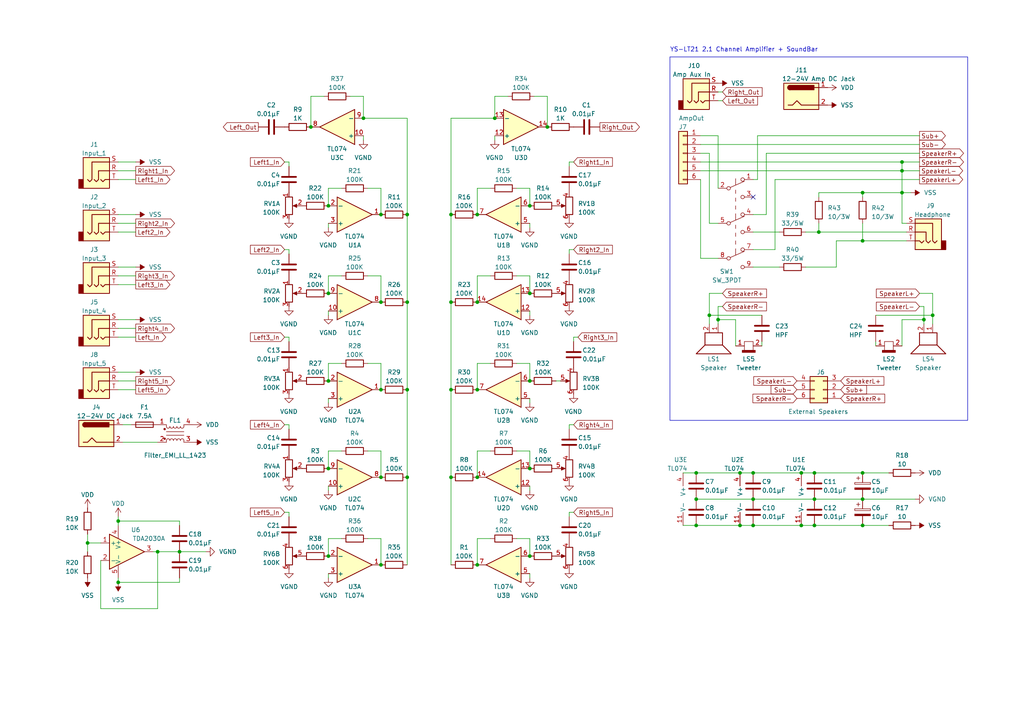
<source format=kicad_sch>
(kicad_sch (version 20230121) (generator eeschema)
  (paper "A4")
  (title_block (title "Bluetooth Screen Sound bar") (date "2024-04-16") (rev "v1") (comment 1 "https://www.bartonmusicalcircuits.com/stereoouts/") (comment 2 "https://www.reddit.com/r/AskElectronics/comments/1c4a2vn/is_this_feasible_way_to_generate_a_negative/") (comment 3 "https://diyaudioheaven.wordpress.com/headphones/power-amp-adapter/") (comment 4 "Sources:"))
  (junction (at 270.51 91.44))
  (junction (at 153.67 85.09))
  (junction (at 138.43 163.83))
  (junction (at 110.49 163.83))
  (junction (at 110.49 113.03))
  (junction (at 205.74 91.44))
  (junction (at 105.41 34.29))
  (junction (at 218.44 137.16))
  (junction (at 143.51 34.29))
  (junction (at 250.19 69.85))
  (junction (at 34.29 168.91))
  (junction (at 138.43 62.23))
  (junction (at 138.43 87.63))
  (junction (at 153.67 59.69))
  (junction (at 130.81 138.43))
  (junction (at 236.22 152.4))
  (junction (at 261.62 49.53))
  (junction (at 138.43 113.03))
  (junction (at 201.93 144.78))
  (junction (at 25.4 157.48))
  (junction (at 250.19 144.78))
  (junction (at 153.67 161.29))
  (junction (at 214.63 152.4))
  (junction (at 218.44 144.78))
  (junction (at 118.11 62.23))
  (junction (at 236.22 137.16))
  (junction (at 232.41 137.16))
  (junction (at 130.81 113.03))
  (junction (at 118.11 87.63))
  (junction (at 218.44 152.4))
  (junction (at 138.43 138.43))
  (junction (at 34.29 151.13))
  (junction (at 261.62 55.88))
  (junction (at 52.07 160.02))
  (junction (at 118.11 113.03))
  (junction (at 250.19 137.16))
  (junction (at 95.25 110.49))
  (junction (at 110.49 138.43))
  (junction (at 237.49 67.31))
  (junction (at 95.25 161.29))
  (junction (at 267.97 92.71))
  (junction (at 90.17 36.83))
  (junction (at 208.28 92.71))
  (junction (at 95.25 135.89))
  (junction (at 95.25 85.09))
  (junction (at 153.67 110.49))
  (junction (at 250.19 55.88))
  (junction (at 130.81 87.63))
  (junction (at 130.81 62.23))
  (junction (at 201.93 152.4))
  (junction (at 232.41 152.4))
  (junction (at 118.11 138.43))
  (junction (at 45.72 160.02))
  (junction (at 250.19 152.4))
  (junction (at 236.22 144.78))
  (junction (at 158.75 36.83))
  (junction (at 201.93 137.16))
  (junction (at 261.62 46.99))
  (junction (at 214.63 137.16))
  (junction (at 110.49 62.23))
  (junction (at 110.49 87.63))
  (junction (at 153.67 135.89))
  (junction (at 95.25 59.69))
  (no_connect (at 218.44 57.15))
  (wire (pts (xy 203.2 46.99) (xy 261.62 46.99)))
  (wire (pts (xy 106.68 130.81) (xy 110.49 130.81)))
  (wire (pts (xy 99.06 80.01) (xy 95.25 80.01)))
  (wire (pts (xy 203.2 49.53) (xy 261.62 49.53)))
  (wire (pts (xy 261.62 100.33) (xy 261.62 92.71)))
  (wire (pts (xy 106.68 105.41) (xy 110.49 105.41)))
  (wire (pts (xy 118.11 113.03) (xy 118.11 138.43)))
  (wire (pts (xy 153.67 105.41) (xy 153.67 110.49)))
  (wire (pts (xy 130.81 113.03) (xy 130.81 138.43)))
  (wire (pts (xy 219.71 39.37) (xy 266.7 39.37)))
  (wire (pts (xy 153.67 140.97) (xy 153.67 142.24)))
  (wire (pts (xy 138.43 130.81) (xy 138.43 138.43)))
  (wire (pts (xy 149.86 130.81) (xy 153.67 130.81)))
  (wire (pts (xy 261.62 49.53) (xy 261.62 55.88)))
  (wire (pts (xy 250.19 69.85) (xy 262.89 69.85)))
  (wire (pts (xy 208.28 92.71) (xy 213.36 92.71)))
  (wire (pts (xy 242.57 77.47) (xy 242.57 69.85)))
  (wire (pts (xy 218.44 144.78) (xy 236.22 144.78)))
  (wire (pts (xy 142.24 80.01) (xy 138.43 80.01)))
  (wire (pts (xy 267.97 92.71) (xy 267.97 93.98)))
  (wire (pts (xy 201.93 137.16) (xy 214.63 137.16)))
  (wire (pts (xy 203.2 52.07) (xy 203.2 74.93)))
  (wire (pts (xy 166.37 72.39) (xy 165.1 72.39)))
  (wire (pts (xy 214.63 137.16) (xy 218.44 137.16)))
  (wire (pts (xy 242.57 69.85) (xy 250.19 69.85)))
  (wire (pts (xy 154.94 27.94) (xy 158.75 27.94)))
  (wire (pts (xy 130.81 34.29) (xy 143.51 34.29)))
  (wire (pts (xy 82.55 46.99) (xy 83.82 46.99)))
  (wire (pts (xy 130.81 62.23) (xy 130.81 87.63)))
  (wire (pts (xy 232.41 152.4) (xy 236.22 152.4)))
  (wire (pts (xy 83.82 97.79) (xy 83.82 99.06)))
  (wire (pts (xy 106.68 80.01) (xy 110.49 80.01)))
  (wire (pts (xy 250.19 55.88) (xy 250.19 57.15)))
  (wire (pts (xy 142.24 156.21) (xy 138.43 156.21)))
  (wire (pts (xy 118.11 138.43) (xy 118.11 163.83)))
  (wire (pts (xy 99.06 156.21) (xy 95.25 156.21)))
  (wire (pts (xy 99.06 105.41) (xy 95.25 105.41)))
  (wire (pts (xy 118.11 34.29) (xy 105.41 34.29)))
  (wire (pts (xy 93.98 27.94) (xy 90.17 27.94)))
  (wire (pts (xy 261.62 46.99) (xy 261.62 49.53)))
  (wire (pts (xy 237.49 55.88) (xy 250.19 55.88)))
  (wire (pts (xy 118.11 113.03) (xy 118.11 87.63)))
  (wire (pts (xy 110.49 156.21) (xy 110.49 163.83)))
  (wire (pts (xy 95.25 90.17) (xy 95.25 91.44)))
  (wire (pts (xy 205.74 64.77) (xy 208.28 64.77)))
  (wire (pts (xy 158.75 27.94) (xy 158.75 36.83)))
  (wire (pts (xy 236.22 144.78) (xy 250.19 144.78)))
  (wire (pts (xy 250.19 144.78) (xy 265.43 144.78)))
  (wire (pts (xy 166.37 97.79) (xy 167.64 97.79)))
  (wire (pts (xy 224.79 72.39) (xy 218.44 72.39)))
  (wire (pts (xy 25.4 154.94) (xy 25.4 157.48)))
  (wire (pts (xy 95.25 64.77) (xy 95.25 66.04)))
  (wire (pts (xy 34.29 52.07) (xy 39.37 52.07)))
  (wire (pts (xy 165.1 46.99) (xy 165.1 48.26)))
  (wire (pts (xy 232.41 137.16) (xy 236.22 137.16)))
  (wire (pts (xy 208.28 39.37) (xy 208.28 54.61)))
  (wire (pts (xy 208.28 26.67) (xy 209.55 26.67)))
  (wire (pts (xy 99.06 130.81) (xy 95.25 130.81)))
  (wire (pts (xy 52.07 152.4) (xy 52.07 151.13)))
  (wire (pts (xy 261.62 49.53) (xy 266.7 49.53)))
  (wire (pts (xy 44.45 160.02) (xy 45.72 160.02)))
  (wire (pts (xy 165.1 123.19) (xy 165.1 124.46)))
  (wire (pts (xy 153.67 161.29) (xy 153.67 156.21)))
  (wire (pts (xy 45.72 160.02) (xy 45.72 176.53)))
  (wire (pts (xy 250.19 64.77) (xy 250.19 69.85)))
  (wire (pts (xy 95.25 161.29) (xy 95.25 156.21)))
  (wire (pts (xy 110.49 80.01) (xy 110.49 87.63)))
  (wire (pts (xy 237.49 57.15) (xy 237.49 55.88)))
  (wire (pts (xy 34.29 92.71) (xy 39.37 92.71)))
  (wire (pts (xy 218.44 152.4) (xy 232.41 152.4)))
  (wire (pts (xy 218.44 137.16) (xy 232.41 137.16)))
  (wire (pts (xy 138.43 156.21) (xy 138.43 163.83)))
  (wire (pts (xy 138.43 80.01) (xy 138.43 87.63)))
  (wire (pts (xy 254 99.06) (xy 254 100.33)))
  (wire (pts (xy 29.21 176.53) (xy 45.72 176.53)))
  (wire (pts (xy 130.81 163.83) (xy 130.81 138.43)))
  (wire (pts (xy 222.25 62.23) (xy 218.44 62.23)))
  (wire (pts (xy 266.7 44.45) (xy 222.25 44.45)))
  (wire (pts (xy 34.29 113.03) (xy 39.37 113.03)))
  (wire (pts (xy 95.25 105.41) (xy 95.25 110.49)))
  (wire (pts (xy 34.29 82.55) (xy 39.37 82.55)))
  (wire (pts (xy 261.62 55.88) (xy 261.62 64.77)))
  (wire (pts (xy 203.2 39.37) (xy 208.28 39.37)))
  (wire (pts (xy 153.67 64.77) (xy 153.67 66.04)))
  (wire (pts (xy 250.19 55.88) (xy 261.62 55.88)))
  (wire (pts (xy 83.82 72.39) (xy 83.82 73.66)))
  (wire (pts (xy 203.2 41.91) (xy 266.7 41.91)))
  (wire (pts (xy 34.29 49.53) (xy 39.37 49.53)))
  (wire (pts (xy 142.24 54.61) (xy 138.43 54.61)))
  (wire (pts (xy 209.55 85.09) (xy 205.74 85.09)))
  (wire (pts (xy 34.29 95.25) (xy 39.37 95.25)))
  (wire (pts (xy 165.1 72.39) (xy 165.1 73.66)))
  (wire (pts (xy 138.43 105.41) (xy 138.43 113.03)))
  (wire (pts (xy 208.28 29.21) (xy 209.55 29.21)))
  (wire (pts (xy 34.29 151.13) (xy 34.29 152.4)))
  (wire (pts (xy 149.86 156.21) (xy 153.67 156.21)))
  (wire (pts (xy 198.12 152.4) (xy 201.93 152.4)))
  (wire (pts (xy 95.25 140.97) (xy 95.25 142.24)))
  (wire (pts (xy 101.6 27.94) (xy 105.41 27.94)))
  (wire (pts (xy 222.25 44.45) (xy 222.25 62.23)))
  (wire (pts (xy 35.56 123.19) (xy 38.1 123.19)))
  (wire (pts (xy 138.43 54.61) (xy 138.43 62.23)))
  (wire (pts (xy 208.28 88.9) (xy 209.55 88.9)))
  (wire (pts (xy 118.11 62.23) (xy 118.11 87.63)))
  (wire (pts (xy 110.49 54.61) (xy 110.49 62.23)))
  (wire (pts (xy 106.68 156.21) (xy 110.49 156.21)))
  (wire (pts (xy 95.25 80.01) (xy 95.25 85.09)))
  (wire (pts (xy 143.51 39.37) (xy 143.51 40.64)))
  (wire (pts (xy 142.24 105.41) (xy 138.43 105.41)))
  (wire (pts (xy 218.44 77.47) (xy 226.06 77.47)))
  (wire (pts (xy 166.37 148.59) (xy 165.1 148.59)))
  (wire (pts (xy 254 91.44) (xy 270.51 91.44)))
  (wire (pts (xy 82.55 97.79) (xy 83.82 97.79)))
  (wire (pts (xy 233.68 67.31) (xy 237.49 67.31)))
  (wire (pts (xy 34.29 64.77) (xy 39.37 64.77)))
  (wire (pts (xy 166.37 123.19) (xy 165.1 123.19)))
  (wire (pts (xy 261.62 92.71) (xy 267.97 92.71)))
  (wire (pts (xy 166.37 46.99) (xy 165.1 46.99)))
  (wire (pts (xy 25.4 157.48) (xy 29.21 157.48)))
  (wire (pts (xy 219.71 52.07) (xy 219.71 39.37)))
  (wire (pts (xy 205.74 85.09) (xy 205.74 91.44)))
  (wire (pts (xy 83.82 46.99) (xy 83.82 48.26)))
  (wire (pts (xy 118.11 34.29) (xy 118.11 62.23)))
  (wire (pts (xy 105.41 39.37) (xy 105.41 40.64)))
  (wire (pts (xy 213.36 92.71) (xy 213.36 100.33)))
  (wire (pts (xy 162.56 110.49) (xy 161.29 110.49)))
  (wire (pts (xy 165.1 148.59) (xy 165.1 149.86)))
  (wire (pts (xy 95.25 130.81) (xy 95.25 135.89)))
  (wire (pts (xy 82.55 123.19) (xy 83.82 123.19)))
  (wire (pts (xy 142.24 130.81) (xy 138.43 130.81)))
  (wire (pts (xy 95.25 166.37) (xy 95.25 167.64)))
  (wire (pts (xy 143.51 27.94) (xy 143.51 34.29)))
  (wire (pts (xy 205.74 91.44) (xy 220.98 91.44)))
  (wire (pts (xy 236.22 137.16) (xy 250.19 137.16)))
  (wire (pts (xy 45.72 160.02) (xy 52.07 160.02)))
  (wire (pts (xy 250.19 152.4) (xy 257.81 152.4)))
  (wire (pts (xy 29.21 162.56) (xy 29.21 176.53)))
  (wire (pts (xy 242.57 77.47) (xy 233.68 77.47)))
  (wire (pts (xy 198.12 137.16) (xy 201.93 137.16)))
  (wire (pts (xy 203.2 74.93) (xy 208.28 74.93)))
  (wire (pts (xy 149.86 54.61) (xy 153.67 54.61)))
  (wire (pts (xy 261.62 55.88) (xy 264.16 55.88)))
  (wire (pts (xy 82.55 148.59) (xy 83.82 148.59)))
  (wire (pts (xy 83.82 148.59) (xy 83.82 149.86)))
  (wire (pts (xy 153.67 80.01) (xy 153.67 85.09)))
  (wire (pts (xy 110.49 105.41) (xy 110.49 113.03)))
  (wire (pts (xy 250.19 137.16) (xy 257.81 137.16)))
  (wire (pts (xy 34.29 80.01) (xy 39.37 80.01)))
  (wire (pts (xy 153.67 130.81) (xy 153.67 135.89)))
  (wire (pts (xy 90.17 27.94) (xy 90.17 36.83)))
  (wire (pts (xy 205.74 44.45) (xy 205.74 64.77)))
  (wire (pts (xy 266.7 85.09) (xy 270.51 85.09)))
  (wire (pts (xy 153.67 54.61) (xy 153.67 59.69)))
  (wire (pts (xy 166.37 99.06) (xy 166.37 97.79)))
  (wire (pts (xy 208.28 92.71) (xy 208.28 93.98)))
  (wire (pts (xy 153.67 115.57) (xy 153.67 116.84)))
  (wire (pts (xy 270.51 91.44) (xy 270.51 93.98)))
  (wire (pts (xy 34.29 110.49) (xy 39.37 110.49)))
  (wire (pts (xy 34.29 149.86) (xy 34.29 151.13)))
  (wire (pts (xy 224.79 52.07) (xy 224.79 72.39)))
  (wire (pts (xy 34.29 67.31) (xy 39.37 67.31)))
  (wire (pts (xy 83.82 123.19) (xy 83.82 124.46)))
  (wire (pts (xy 110.49 130.81) (xy 110.49 138.43)))
  (wire (pts (xy 236.22 152.4) (xy 250.19 152.4)))
  (wire (pts (xy 130.81 34.29) (xy 130.81 62.23)))
  (wire (pts (xy 214.63 152.4) (xy 218.44 152.4)))
  (wire (pts (xy 205.74 91.44) (xy 205.74 93.98)))
  (wire (pts (xy 218.44 52.07) (xy 219.71 52.07)))
  (wire (pts (xy 149.86 80.01) (xy 153.67 80.01)))
  (wire (pts (xy 34.29 168.91) (xy 34.29 167.64)))
  (wire (pts (xy 82.55 72.39) (xy 83.82 72.39)))
  (wire (pts (xy 34.29 62.23) (xy 39.37 62.23)))
  (wire (pts (xy 52.07 167.64) (xy 52.07 168.91)))
  (wire (pts (xy 99.06 54.61) (xy 95.25 54.61)))
  (wire (pts (xy 149.86 105.41) (xy 153.67 105.41)))
  (wire (pts (xy 218.44 67.31) (xy 226.06 67.31)))
  (wire (pts (xy 147.32 27.94) (xy 143.51 27.94)))
  (wire (pts (xy 203.2 44.45) (xy 205.74 44.45)))
  (wire (pts (xy 267.97 88.9) (xy 267.97 92.71)))
  (wire (pts (xy 35.56 128.27) (xy 45.72 128.27)))
  (wire (pts (xy 52.07 160.02) (xy 59.69 160.02)))
  (wire (pts (xy 201.93 144.78) (xy 218.44 144.78)))
  (wire (pts (xy 261.62 46.99) (xy 266.7 46.99)))
  (wire (pts (xy 237.49 67.31) (xy 262.89 67.31)))
  (wire (pts (xy 270.51 85.09) (xy 270.51 91.44)))
  (wire (pts (xy 266.7 52.07) (xy 224.79 52.07)))
  (wire (pts (xy 153.67 166.37) (xy 153.67 167.64)))
  (wire (pts (xy 261.62 64.77) (xy 262.89 64.77)))
  (wire (pts (xy 153.67 90.17) (xy 153.67 91.44)))
  (wire (pts (xy 34.29 97.79) (xy 39.37 97.79)))
  (wire (pts (xy 34.29 77.47) (xy 39.37 77.47)))
  (wire (pts (xy 34.29 107.95) (xy 39.37 107.95)))
  (wire (pts (xy 201.93 152.4) (xy 214.63 152.4)))
  (wire (pts (xy 130.81 87.63) (xy 130.81 113.03)))
  (wire (pts (xy 237.49 64.77) (xy 237.49 67.31)))
  (wire (pts (xy 208.28 88.9) (xy 208.28 92.71)))
  (wire (pts (xy 220.98 99.06) (xy 220.98 100.33)))
  (wire (pts (xy 95.25 115.57) (xy 95.25 116.84)))
  (wire (pts (xy 34.29 46.99) (xy 39.37 46.99)))
  (wire (pts (xy 106.68 54.61) (xy 110.49 54.61)))
  (wire (pts (xy 52.07 151.13) (xy 34.29 151.13)))
  (wire (pts (xy 266.7 88.9) (xy 267.97 88.9)))
  (wire (pts (xy 25.4 157.48) (xy 25.4 160.02)))
  (wire (pts (xy 95.25 54.61) (xy 95.25 59.69)))
  (wire (pts (xy 52.07 168.91) (xy 34.29 168.91)))
  (wire (pts (xy 105.41 27.94) (xy 105.41 34.29)))
  (rectangle (start 194.31 16.51) (end 280.67 121.92))
  (text "YS-LT21 2.1 Channel Amplifier + SoundBar" (at 194.31 15.24 0) (effects (font (size 1.27 1.27)) (justify left bottom)))
  (global_label "SpeakerR-" (shape input) (at 209.55 88.9 0) (property "Intersheetrefs" "${INTERSHEET_REFS}" (effects hide)))
  (global_label "Right2_In" (shape input) (at 166.37 72.39 0) (property "Intersheetrefs" "${INTERSHEET_REFS}" (effects hide)))
  (global_label "Left_Out" (shape output) (at 74.93 36.83 180) (property "Intersheetrefs" "${INTERSHEET_REFS}" (effects hide)))
  (global_label "SpeakerR+" (shape input) (at 243.84 115.57 0) (property "Intersheetrefs" "${INTERSHEET_REFS}" (effects hide)))
  (global_label "SpeakerL+" (shape input) (at 243.84 110.49 0) (property "Intersheetrefs" "${INTERSHEET_REFS}" (effects hide)))
  (global_label "Left4_In" (shape input) (at 82.55 123.19 180) (property "Intersheetrefs" "${INTERSHEET_REFS}" (effects hide)))
  (global_label "Left_In" (shape output) (at 39.37 97.79 0) (property "Intersheetrefs" "${INTERSHEET_REFS}" (effects hide)))
  (global_label "Right_Out" (shape output) (at 173.99 36.83 0) (property "Intersheetrefs" "${INTERSHEET_REFS}" (effects hide)))
  (global_label "Left5_In" (shape output) (at 39.37 113.03 0) (property "Intersheetrefs" "${INTERSHEET_REFS}" (effects hide)))
  (global_label "SpeakerR-" (shape output) (at 266.7 46.99 0) (property "Intersheetrefs" "${INTERSHEET_REFS}" (effects hide)))
  (global_label "SpeakerL+" (shape input) (at 266.7 85.09 180) (property "Intersheetrefs" "${INTERSHEET_REFS}" (effects hide)))
  (global_label "Right5_In" (shape input) (at 166.37 148.59 0) (property "Intersheetrefs" "${INTERSHEET_REFS}" (effects hide)))
  (global_label "SpeakerL-" (shape input) (at 231.14 110.49 180) (property "Intersheetrefs" "${INTERSHEET_REFS}" (effects hide)))
  (global_label "Right2_In" (shape output) (at 39.37 64.77 0) (property "Intersheetrefs" "${INTERSHEET_REFS}" (effects hide)))
  (global_label "SpeakerL-" (shape input) (at 266.7 88.9 180) (property "Intersheetrefs" "${INTERSHEET_REFS}" (effects hide)))
  (global_label "Left3_In" (shape output) (at 39.37 82.55 0) (property "Intersheetrefs" "${INTERSHEET_REFS}" (effects hide)))
  (global_label "Sub+" (shape input) (at 243.84 113.03 0) (property "Intersheetrefs" "${INTERSHEET_REFS}" (effects hide)))
  (global_label "SpeakerL-" (shape output) (at 266.7 49.53 0) (property "Intersheetrefs" "${INTERSHEET_REFS}" (effects hide)))
  (global_label "SpeakerR+" (shape output) (at 266.7 44.45 0) (property "Intersheetrefs" "${INTERSHEET_REFS}" (effects hide)))
  (global_label "Left3_In" (shape input) (at 82.55 97.79 180) (property "Intersheetrefs" "${INTERSHEET_REFS}" (effects hide)))
  (global_label "Right1_In" (shape output) (at 39.37 49.53 0) (property "Intersheetrefs" "${INTERSHEET_REFS}" (effects hide)))
  (global_label "SpeakerL+" (shape output) (at 266.7 52.07 0) (property "Intersheetrefs" "${INTERSHEET_REFS}" (effects hide)))
  (global_label "Sub-" (shape input) (at 231.14 113.03 180) (property "Intersheetrefs" "${INTERSHEET_REFS}" (effects hide)))
  (global_label "Right5_In" (shape output) (at 39.37 110.49 0) (property "Intersheetrefs" "${INTERSHEET_REFS}" (effects hide)))
  (global_label "Left_Out" (shape input) (at 209.55 29.21 0) (property "Intersheetrefs" "${INTERSHEET_REFS}" (effects hide)))
  (global_label "Right4_In" (shape input) (at 166.37 123.19 0) (property "Intersheetrefs" "${INTERSHEET_REFS}" (effects hide)))
  (global_label "Right_Out" (shape input) (at 209.55 26.67 0) (property "Intersheetrefs" "${INTERSHEET_REFS}" (effects hide)))
  (global_label "SpeakerR-" (shape input) (at 231.14 115.57 180) (property "Intersheetrefs" "${INTERSHEET_REFS}" (effects hide)))
  (global_label "Left1_In" (shape output) (at 39.37 52.07 0) (property "Intersheetrefs" "${INTERSHEET_REFS}" (effects hide)))
  (global_label "Left1_In" (shape input) (at 82.55 46.99 180) (property "Intersheetrefs" "${INTERSHEET_REFS}" (effects hide)))
  (global_label "SpeakerR+" (shape input) (at 209.55 85.09 0) (property "Intersheetrefs" "${INTERSHEET_REFS}" (effects hide)))
  (global_label "Sub+" (shape output) (at 266.7 39.37 0) (property "Intersheetrefs" "${INTERSHEET_REFS}" (effects hide)))
  (global_label "Right3_In" (shape input) (at 167.64 97.79 0) (property "Intersheetrefs" "${INTERSHEET_REFS}" (effects hide)))
  (global_label "Right3_In" (shape output) (at 39.37 80.01 0) (property "Intersheetrefs" "${INTERSHEET_REFS}" (effects hide)))
  (global_label "Right1_In" (shape input) (at 166.37 46.99 0) (property "Intersheetrefs" "${INTERSHEET_REFS}" (effects hide)))
  (global_label "Sub-" (shape output) (at 266.7 41.91 0) (property "Intersheetrefs" "${INTERSHEET_REFS}" (effects hide)))
  (global_label "Left5_In" (shape input) (at 82.55 148.59 180) (property "Intersheetrefs" "${INTERSHEET_REFS}" (effects hide)))
  (global_label "Right4_In" (shape output) (at 39.37 95.25 0) (property "Intersheetrefs" "${INTERSHEET_REFS}" (effects hide)))
  (global_label "Left2_In" (shape input) (at 82.55 72.39 180) (property "Intersheetrefs" "${INTERSHEET_REFS}" (effects hide)))
  (global_label "Left2_In" (shape output) (at 39.37 67.31 0) (property "Intersheetrefs" "${INTERSHEET_REFS}" (effects hide)))
  (symbol (lib_id "power:VDD") (at 265.43 137.16 270) (unit 1)
    (property "Reference" "#PWR029" (effects hide))
    (property "Value" "VDD" (at 269.24 137.16 90) (effects (justify left)))
  )
  (symbol (lib_id "Device:R_Potentiometer_Dual_Separate") (at 165.1 135.89 0) (mirror y) (unit 2)
    (property "Reference" "RV4" (at 167.64 135.255 0) (effects (justify right)))
    (property "Value" "100K" (at 167.64 137.795 0) (effects (justify right)))
  )
  (symbol (lib_id "Power (Custom):VGND") (at 83.82 88.9 0) (unit 1)
    (property "Reference" "#PWR014" (effects hide))
    (property "Value" "VGND" (at 86.36 93.98 0) (effects (justify right)))
  )
  (symbol (lib_id "Amplifier_Operational:TL074") (at 146.05 62.23 180) (unit 2)
    (property "Reference" "U1" (at 146.05 71.12 0))
    (property "Value" "TL074" (at 146.05 68.58 0))
    (property "Datasheet" "http://www.ti.com/lit/ds/symlink/tl071.pdf" (effects hide))
  )
  (symbol (lib_id "Amplifier_Operational:TL074") (at 102.87 62.23 0) (mirror x) (unit 1)
    (property "Reference" "U1" (at 102.87 71.12 0))
    (property "Value" "TL074" (at 102.87 68.58 0))
    (property "Datasheet" "http://www.ti.com/lit/ds/symlink/tl071.pdf" (effects hide))
  )
  (symbol (lib_id "Power (Custom):VGND") (at 95.25 142.24 0) (unit 1)
    (property "Reference" "#PWR011" (effects hide))
    (property "Value" "VGND" (at 97.79 147.32 0) (effects (justify right)))
  )
  (symbol (lib_id "Power (Custom):VGND") (at 166.37 114.3 0) (unit 1)
    (property "Reference" "#PWR026" (effects hide))
    (property "Value" "VGND" (at 168.91 119.38 0) (effects (justify right)))
  )
  (symbol (lib_id "Amplifier_Operational:TL074") (at 146.05 138.43 180) (unit 4)
    (property "Reference" "U2" (at 146.05 147.32 0))
    (property "Value" "TL074" (at 146.05 144.78 0))
    (property "Datasheet" "http://www.ti.com/lit/ds/symlink/tl071.pdf" (effects hide))
  )
  (symbol (lib_id "Power (Custom):VGND") (at 95.25 91.44 0) (unit 1)
    (property "Reference" "#PWR015" (effects hide))
    (property "Value" "VGND" (at 97.79 96.52 0) (effects (justify right)))
  )
  (symbol (lib_id "Amplifier_Operational:TL074") (at 97.79 36.83 180) (unit 3)
    (property "Reference" "U3" (at 97.79 45.72 0))
    (property "Value" "TL074" (at 97.79 43.18 0))
    (property "Datasheet" "http://www.ti.com/lit/ds/symlink/tl071.pdf" (effects hide))
  )
  (symbol (lib_id "power:VDD") (at 34.29 149.86 0) (unit 1)
    (property "Reference" "#PWR034" (effects hide))
    (property "Value" "VDD" (at 34.29 146.05 0))
  )
  (symbol (lib_id "Device:C") (at 165.1 128.27 0) (unit 1)
    (property "Reference" "C15" (at 167.64 127 0) (effects (justify left)))
    (property "Value" "0.01µF" (at 167.64 129.54 0) (effects (justify left)))
  )
  (symbol (lib_id "Device:R") (at 151.13 27.94 90) (unit 1)
    (property "Reference" "R34" (at 151.13 22.86 90))
    (property "Value" "100K" (at 151.13 25.4 90))
    (property "Footprint" "Resistor_THT:R_Axial_DIN0204_L3.6mm_D1.6mm_P5.08mm_Horizontal" (effects hide))
  )
  (symbol (lib_id "Device:Speaker") (at 208.28 99.06 270) (unit 1)
    (property "Reference" "LS1" (at 207.01 104.14 90))
    (property "Value" "Speaker" (at 207.01 106.68 90))
  )
  (symbol (lib_id "Device:C") (at 254 95.25 0) (mirror y) (unit 1)
    (property "Reference" "C24" (at 250.19 94.615 0) (effects (justify left)))
    (property "Value" "HPF" (at 250.19 97.155 0) (effects (justify left)))
  )
  (symbol (lib_id "Device:Earphone") (at 256.54 100.33 270) (unit 1)
    (property "Reference" "LS2" (at 257.81 104.14 90))
    (property "Value" "Tweeter" (at 257.81 106.68 90))
  )
  (symbol (lib_id "Device:C") (at 52.07 156.21 0) (unit 1)
    (property "Reference" "C18" (at 54.61 154.94 0) (effects (justify left)))
    (property "Value" "0.01µF" (at 54.61 157.48 0) (effects (justify left)))
  )
  (symbol (lib_id "Device:R") (at 134.62 163.83 270) (mirror x) (unit 1)
    (property "Reference" "R1" (at 134.62 158.75 90))
    (property "Value" "100K" (at 134.62 161.29 90))
    (property "Footprint" "Resistor_THT:R_Axial_DIN0204_L3.6mm_D1.6mm_P5.08mm_Horizontal" (effects hide))
  )
  (symbol (lib_id "Connector_Audio:AudioJack3") (at 267.97 67.31 0) (mirror y) (unit 1)
    (property "Reference" "J9" (at 269.875 59.69 0))
    (property "Value" "Headphone" (at 270.51 62.23 0))
  )
  (symbol (lib_id "Device:R") (at 91.44 85.09 90) (unit 1)
    (property "Reference" "R24" (at 91.44 80.01 90))
    (property "Value" "100K" (at 91.44 82.55 90))
    (property "Footprint" "Resistor_THT:R_Axial_DIN0204_L3.6mm_D1.6mm_P5.08mm_Horizontal" (effects hide))
  )
  (symbol (lib_id "Device:R") (at 114.3 163.83 90) (unit 1)
    (property "Reference" "R35" (at 114.3 158.75 90))
    (property "Value" "100K" (at 114.3 161.29 90))
    (property "Footprint" "Resistor_THT:R_Axial_DIN0204_L3.6mm_D1.6mm_P5.08mm_Horizontal" (effects hide))
  )
  (symbol (lib_id "Device:R") (at 134.62 62.23 270) (mirror x) (unit 1)
    (property "Reference" "R16" (at 134.62 57.15 90))
    (property "Value" "100K" (at 134.62 59.69 90))
    (property "Footprint" "Resistor_THT:R_Axial_DIN0204_L3.6mm_D1.6mm_P5.08mm_Horizontal" (effects hide))
  )
  (symbol (lib_id "Device:C") (at 165.1 52.07 0) (unit 1)
    (property "Reference" "C17" (at 167.64 50.8 0) (effects (justify left)))
    (property "Value" "0.01µF" (at 167.64 53.34 0) (effects (justify left)))
  )
  (symbol (lib_id "Connector:Barrel_Jack") (at 27.94 125.73 0) (unit 1)
    (property "Reference" "J4" (at 27.94 118.11 0))
    (property "Value" "12-24V DC Jack" (at 30.48 120.65 0))
  )
  (symbol (lib_id "Device:R") (at 102.87 156.21 90) (unit 1)
    (property "Reference" "R36" (at 102.87 151.13 90))
    (property "Value" "100K" (at 102.87 153.67 90))
    (property "Footprint" "Resistor_THT:R_Axial_DIN0204_L3.6mm_D1.6mm_P5.08mm_Horizontal" (effects hide))
  )
  (symbol (lib_id "power:VSS") (at 39.37 46.99 270) (unit 1)
    (property "Reference" "#PWR04" (effects hide))
    (property "Value" "VSS" (at 43.18 46.99 90) (effects (justify left)))
  )
  (symbol (lib_id "Device:R") (at 134.62 87.63 270) (mirror x) (unit 1)
    (property "Reference" "R23" (at 134.62 82.55 90))
    (property "Value" "100K" (at 134.62 85.09 90))
    (property "Footprint" "Resistor_THT:R_Axial_DIN0204_L3.6mm_D1.6mm_P5.08mm_Horizontal" (effects hide))
  )
  (symbol (lib_id "Amplifier_Operational:TL074") (at 102.87 113.03 0) (mirror x) (unit 1)
    (property "Reference" "U2" (at 102.87 119.38 0))
    (property "Value" "TL074" (at 102.87 121.92 0))
    (property "Datasheet" "http://www.ti.com/lit/ds/symlink/tl071.pdf" (effects hide))
  )
  (symbol (lib_id "Power (Custom):VGND") (at 165.1 63.5 0) (unit 1)
    (property "Reference" "#PWR037" (effects hide))
    (property "Value" "VGND" (at 167.64 68.58 0) (effects (justify right)))
  )
  (symbol (lib_id "power:VSS") (at 55.88 128.27 270) (unit 1)
    (property "Reference" "#PWR031" (effects hide))
    (property "Value" "VSS" (at 59.69 128.27 90) (effects (justify left)))
  )
  (symbol (lib_id "Device:R") (at 146.05 156.21 270) (mirror x) (unit 1)
    (property "Reference" "R2" (at 146.05 151.13 90))
    (property "Value" "100K" (at 146.05 153.67 90))
    (property "Footprint" "Resistor_THT:R_Axial_DIN0204_L3.6mm_D1.6mm_P5.08mm_Horizontal" (effects hide))
  )
  (symbol (lib_id "Device:R") (at 157.48 110.49 270) (mirror x) (unit 1)
    (property "Reference" "R32" (at 157.48 105.41 90))
    (property "Value" "100K" (at 157.48 107.95 90))
    (property "Footprint" "Resistor_THT:R_Axial_DIN0204_L3.6mm_D1.6mm_P5.08mm_Horizontal" (effects hide))
  )
  (symbol (lib_id "Power (Custom):VGND") (at 165.1 139.7 0) (unit 1)
    (property "Reference" "#PWR024" (effects hide))
    (property "Value" "VGND" (at 167.64 144.78 0) (effects (justify right)))
  )
  (symbol (lib_id "Power (Custom):VGND") (at 165.1 88.9 0) (unit 1)
    (property "Reference" "#PWR027" (effects hide))
    (property "Value" "VGND" (at 167.64 93.98 0) (effects (justify right)))
  )
  (symbol (lib_id "Device:R_Potentiometer_Dual_Separate") (at 83.82 161.29 0) (unit 2)
    (property "Reference" "RV6" (at 81.28 160.655 0) (effects (justify right)))
    (property "Value" "100K" (at 81.28 163.195 0) (effects (justify right)))
  )
  (symbol (lib_id "Amplifier_Operational:TL074") (at 102.87 138.43 0) (mirror x) (unit 3)
    (property "Reference" "U2" (at 102.87 144.78 0))
    (property "Value" "TL074" (at 102.87 147.32 0))
    (property "Datasheet" "http://www.ti.com/lit/ds/symlink/tl071.pdf" (effects hide))
  )
  (symbol (lib_id "Device:R") (at 91.44 110.49 90) (unit 1)
    (property "Reference" "R27" (at 91.44 105.41 90))
    (property "Value" "100K" (at 91.44 107.95 90))
    (property "Footprint" "Resistor_THT:R_Axial_DIN0204_L3.6mm_D1.6mm_P5.08mm_Horizontal" (effects hide))
  )
  (symbol (lib_id "Power (Custom):VGND") (at 83.82 139.7 0) (unit 1)
    (property "Reference" "#PWR010" (effects hide))
    (property "Value" "VGND" (at 86.36 144.78 0) (effects (justify right)))
  )
  (symbol (lib_id "Device:R") (at 102.87 80.01 90) (unit 1)
    (property "Reference" "R25" (at 102.87 74.93 90))
    (property "Value" "100K" (at 102.87 77.47 90))
    (property "Footprint" "Resistor_THT:R_Axial_DIN0204_L3.6mm_D1.6mm_P5.08mm_Horizontal" (effects hide))
  )
  (symbol (lib_id "Device:C") (at 83.82 52.07 0) (mirror y) (unit 1)
    (property "Reference" "C4" (at 81.28 50.8 0) (effects (justify left)))
    (property "Value" "0.01µF" (at 81.28 53.34 0) (effects (justify left)))
  )
  (symbol (lib_id "Device:R") (at 114.3 113.03 90) (unit 1)
    (property "Reference" "R29" (at 114.3 107.95 90))
    (property "Value" "100K" (at 114.3 110.49 90))
    (property "Footprint" "Resistor_THT:R_Axial_DIN0204_L3.6mm_D1.6mm_P5.08mm_Horizontal" (effects hide))
  )
  (symbol (lib_id "Device:R") (at 114.3 138.43 90) (unit 1)
    (property "Reference" "R5" (at 114.3 133.35 90))
    (property "Value" "100K" (at 114.3 135.89 90))
    (property "Footprint" "Resistor_THT:R_Axial_DIN0204_L3.6mm_D1.6mm_P5.08mm_Horizontal" (effects hide))
  )
  (symbol (lib_id "Power (Custom):VGND") (at 83.82 114.3 0) (unit 1)
    (property "Reference" "#PWR012" (effects hide))
    (property "Value" "VGND" (at 86.36 119.38 0) (effects (justify right)))
  )
  (symbol (lib_id "Device:R") (at 146.05 54.61 270) (mirror x) (unit 1)
    (property "Reference" "R15" (at 146.05 49.53 90))
    (property "Value" "100K" (at 146.05 52.07 90))
    (property "Footprint" "Resistor_THT:R_Axial_DIN0204_L3.6mm_D1.6mm_P5.08mm_Horizontal" (effects hide))
  )
  (symbol (lib_id "Device:R") (at 86.36 36.83 270) (mirror x) (unit 1)
    (property "Reference" "R9" (at 86.36 31.75 90))
    (property "Value" "1K" (at 86.36 34.29 90))
    (property "Footprint" "Resistor_THT:R_Axial_DIN0204_L3.6mm_D1.6mm_P5.08mm_Horizontal" (effects hide))
  )
  (symbol (lib_id "power:VDD") (at 55.88 123.19 270) (unit 1)
    (property "Reference" "#PWR032" (effects hide))
    (property "Value" "VDD" (at 59.69 123.19 90) (effects (justify left)))
  )
  (symbol (lib_id "Device:R") (at 97.79 27.94 270) (mirror x) (unit 1)
    (property "Reference" "R37" (at 97.79 22.86 90))
    (property "Value" "100K" (at 97.79 25.4 90))
    (property "Footprint" "Resistor_THT:R_Axial_DIN0204_L3.6mm_D1.6mm_P5.08mm_Horizontal" (effects hide))
  )
  (symbol (lib_id "Connector_Audio:AudioJack3") (at 203.2 26.67 0) (unit 1)
    (property "Reference" "J10" (at 201.295 19.05 0))
    (property "Value" "Amp Aux In" (at 200.66 21.59 0))
  )
  (symbol (lib_id "Power (Custom):VGND") (at 165.1 165.1 0) (unit 1)
    (property "Reference" "#PWR019" (effects hide))
    (property "Value" "VGND" (at 167.64 170.18 0) (effects (justify right)))
  )
  (symbol (lib_id "Device:R_Potentiometer_Dual_Separate") (at 165.1 85.09 0) (mirror y) (unit 2)
    (property "Reference" "RV2" (at 167.64 84.455 0) (effects (justify right)))
    (property "Value" "100K" (at 167.64 86.995 0) (effects (justify right)))
  )
  (symbol (lib_id "Power (Custom):VGND") (at 59.69 160.02 90) (unit 1)
    (property "Reference" "#PWR01" (effects hide))
    (property "Value" "VGND" (at 63.5 160.02 90) (effects (justify right)))
  )
  (symbol (lib_id "Device:R") (at 25.4 151.13 0) (mirror x) (unit 1)
    (property "Reference" "R19" (at 22.86 150.495 0) (effects (justify right)))
    (property "Value" "10K" (at 22.86 153.035 0) (effects (justify right)))
    (property "Footprint" "Resistor_THT:R_Axial_DIN0204_L3.6mm_D1.6mm_P5.08mm_Horizontal" (effects hide))
  )
  (symbol (lib_id "Power (Custom):VGND") (at 143.51 40.64 0) (unit 1)
    (property "Reference" "#PWR018" (effects hide))
    (property "Value" "VGND" (at 146.05 45.72 0) (effects (justify right)))
  )
  (symbol (lib_id "Device:C") (at 220.98 95.25 0) (unit 1)
    (property "Reference" "C23" (at 224.79 94.615 0) (effects (justify left)))
    (property "Value" "HPF" (at 224.79 97.155 0) (effects (justify left)))
  )
  (symbol (lib_id "Power (Custom):VGND") (at 83.82 63.5 0) (unit 1)
    (property "Reference" "#PWR016" (effects hide))
    (property "Value" "VGND" (at 86.36 68.58 0) (effects (justify right)))
  )
  (symbol (lib_id "Device:R") (at 157.48 59.69 270) (mirror x) (unit 1)
    (property "Reference" "R14" (at 157.48 54.61 90))
    (property "Value" "100K" (at 157.48 57.15 90))
    (property "Footprint" "Resistor_THT:R_Axial_DIN0204_L3.6mm_D1.6mm_P5.08mm_Horizontal" (effects hide))
  )
  (symbol (lib_id "Power (Custom):VGND") (at 153.67 167.64 0) (unit 1)
    (property "Reference" "#PWR09" (effects hide))
    (property "Value" "VGND" (at 156.21 172.72 0) (effects (justify right)))
  )
  (symbol (lib_id "Device:C") (at 83.82 77.47 0) (mirror y) (unit 1)
    (property "Reference" "C3" (at 81.28 76.2 0) (effects (justify left)))
    (property "Value" "0.01µF" (at 81.28 78.74 0) (effects (justify left)))
  )
  (symbol (lib_id "power:VSS") (at 265.43 152.4 270) (unit 1)
    (property "Reference" "#PWR030" (effects hide))
    (property "Value" "VSS" (at 269.24 152.4 90) (effects (justify left)))
  )
  (symbol (lib_id "power:VSS") (at 240.03 30.48 270) (unit 1)
    (property "Reference" "#PWR040" (effects hide))
    (property "Value" "VSS" (at 243.84 30.48 90) (effects (justify left)))
  )
  (symbol (lib_id "Device:R") (at 229.87 67.31 90) (unit 1)
    (property "Reference" "R39" (at 229.87 62.23 90))
    (property "Value" "33/5W" (at 229.87 64.77 90))
    (property "Footprint" "Resistor_THT:R_Axial_DIN0204_L3.6mm_D1.6mm_P5.08mm_Horizontal" (effects hide))
  )
  (symbol (lib_id "Device:R_Potentiometer_Dual_Separate") (at 165.1 161.29 0) (mirror y) (unit 2)
    (property "Reference" "RV5" (at 167.64 160.655 0) (effects (justify right)))
    (property "Value" "100K" (at 167.64 163.195 0) (effects (justify right)))
  )
  (symbol (lib_id "Device:R_Potentiometer_Dual_Separate") (at 83.82 59.69 0) (unit 1)
    (property "Reference" "RV1" (at 81.28 59.055 0) (effects (justify right)))
    (property "Value" "100K" (at 81.28 61.595 0) (effects (justify right)))
  )
  (symbol (lib_id "Device:R") (at 102.87 105.41 90) (unit 1)
    (property "Reference" "R28" (at 102.87 100.33 90))
    (property "Value" "100K" (at 102.87 102.87 90))
    (property "Footprint" "Resistor_THT:R_Axial_DIN0204_L3.6mm_D1.6mm_P5.08mm_Horizontal" (effects hide))
  )
  (symbol (lib_id "Device:R") (at 134.62 138.43 270) (mirror x) (unit 1)
    (property "Reference" "R8" (at 134.62 133.35 90))
    (property "Value" "100K" (at 134.62 135.89 90))
    (property "Footprint" "Resistor_THT:R_Axial_DIN0204_L3.6mm_D1.6mm_P5.08mm_Horizontal" (effects hide))
  )
  (symbol (lib_id "Device:R_Potentiometer_Dual_Separate") (at 83.82 110.49 0) (unit 1)
    (property "Reference" "RV3" (at 81.28 109.855 0) (effects (justify right)))
    (property "Value" "100K" (at 81.28 112.395 0) (effects (justify right)))
  )
  (symbol (lib_id "Power (Custom):VGND") (at 95.25 66.04 0) (unit 1)
    (property "Reference" "#PWR017" (effects hide))
    (property "Value" "VGND" (at 97.79 71.12 0) (effects (justify right)))
  )
  (symbol (lib_id "Device:Speaker") (at 270.51 99.06 270) (unit 1)
    (property "Reference" "LS4" (at 269.24 104.14 90))
    (property "Value" "Speaker" (at 269.24 106.68 90))
  )
  (symbol (lib_id "power:VSS") (at 39.37 92.71 270) (unit 1)
    (property "Reference" "#PWR07" (effects hide))
    (property "Value" "VSS" (at 43.18 92.71 90) (effects (justify left)))
  )
  (symbol (lib_id "Device:R") (at 229.87 77.47 90) (unit 1)
    (property "Reference" "R40" (at 229.87 72.39 90))
    (property "Value" "33/5W" (at 229.87 74.93 90))
    (property "Footprint" "Resistor_THT:R_Axial_DIN0204_L3.6mm_D1.6mm_P5.08mm_Horizontal" (effects hide))
  )
  (symbol (lib_id "Device:C") (at 52.07 163.83 0) (unit 1)
    (property "Reference" "C19" (at 54.61 162.56 0) (effects (justify left)))
    (property "Value" "0.01µF" (at 54.61 165.1 0) (effects (justify left)))
  )
  (symbol (lib_id "Device:R") (at 102.87 130.81 90) (unit 1)
    (property "Reference" "R4" (at 102.87 125.73 90))
    (property "Value" "100K" (at 102.87 128.27 90))
    (property "Footprint" "Resistor_THT:R_Axial_DIN0204_L3.6mm_D1.6mm_P5.08mm_Horizontal" (effects hide))
  )
  (symbol (lib_id "power:VDD") (at 25.4 147.32 0) (mirror y) (unit 1)
    (property "Reference" "#PWR025" (effects hide))
    (property "Value" "VDD" (at 25.4 143.51 0))
  )
  (symbol (lib_id "Switches (Custom):SW_3PDT") (at 213.36 59.69 0) (unit 1)
    (property "Reference" "SW1" (at 210.82 78.74 0))
    (property "Value" "SW_3PDT" (at 210.82 81.28 0))
  )
  (symbol (lib_id "Device:C") (at 218.44 148.59 0) (unit 1)
    (property "Reference" "C10" (at 220.98 147.32 0) (effects (justify left)))
    (property "Value" "0.01µF" (at 220.98 149.86 0) (effects (justify left)))
  )
  (symbol (lib_id "Device:C_Polarized") (at 250.19 148.59 0) (unit 1)
    (property "Reference" "C6" (at 252.73 147.32 0) (effects (justify left)))
    (property "Value" "10µF" (at 252.73 149.86 0) (effects (justify left)))
  )
  (symbol (lib_id "Connector_Audio:AudioJack3") (at 29.21 110.49 0) (unit 1)
    (property "Reference" "J8" (at 27.305 102.87 0))
    (property "Value" "Input_5" (at 27.305 105.41 0))
  )
  (symbol (lib_id "Device:R_Potentiometer_Dual_Separate") (at 83.82 85.09 0) (unit 1)
    (property "Reference" "RV2" (at 81.28 84.455 0) (effects (justify right)))
    (property "Value" "100K" (at 81.28 86.995 0) (effects (justify right)))
  )
  (symbol (lib_id "Device:R") (at 157.48 135.89 270) (mirror x) (unit 1)
    (property "Reference" "R6" (at 157.48 130.81 90))
    (property "Value" "100K" (at 157.48 133.35 90))
    (property "Footprint" "Resistor_THT:R_Axial_DIN0204_L3.6mm_D1.6mm_P5.08mm_Horizontal" (effects hide))
  )
  (symbol (lib_id "Device:C") (at 218.44 140.97 0) (unit 1)
    (property "Reference" "C9" (at 220.98 139.7 0) (effects (justify left)))
    (property "Value" "0.01µF" (at 220.98 142.24 0) (effects (justify left)))
  )
  (symbol (lib_id "Amplifier_Operational:TL074") (at 102.87 87.63 0) (mirror x) (unit 3)
    (property "Reference" "U1" (at 102.87 96.52 0))
    (property "Value" "TL074" (at 102.87 93.98 0))
    (property "Datasheet" "http://www.ti.com/lit/ds/symlink/tl071.pdf" (effects hide))
  )
  (symbol (lib_id "Amplifier_Operational:TL074") (at 146.05 87.63 180) (unit 4)
    (property "Reference" "U1" (at 146.05 96.52 0))
    (property "Value" "TL074" (at 146.05 93.98 0))
    (property "Datasheet" "http://www.ti.com/lit/ds/symlink/tl071.pdf" (effects hide))
  )
  (symbol (lib_id "Device:C") (at 170.18 36.83 90) (unit 1)
    (property "Reference" "C1" (at 171.45 30.48 90) (effects (justify left)))
    (property "Value" "0.01µF" (at 172.72 33.02 90) (effects (justify left)))
  )
  (symbol (lib_id "Device:C") (at 165.1 153.67 0) (unit 1)
    (property "Reference" "C20" (at 167.64 152.4 0) (effects (justify left)))
    (property "Value" "0.01µF" (at 167.64 154.94 0) (effects (justify left)))
  )
  (symbol (lib_id "Amplifier_Operational:TL074") (at 195.58 144.78 0) (mirror y) (unit 5)
    (property "Reference" "U3" (at 199.39 133.35 0) (effects (justify left)))
    (property "Value" "TL074" (at 199.39 135.89 0) (effects (justify left)))
    (property "Datasheet" "http://www.ti.com/lit/ds/symlink/tl071.pdf" (effects hide))
  )
  (symbol (lib_id "Connector_Audio:AudioJack3") (at 29.21 95.25 0) (unit 1)
    (property "Reference" "J5" (at 27.305 87.63 0))
    (property "Value" "Input_4" (at 27.305 90.17 0))
  )
  (symbol (lib_id "Device:R_Potentiometer_Dual_Separate") (at 165.1 59.69 0) (mirror y) (unit 2)
    (property "Reference" "RV1" (at 167.64 59.055 0) (effects (justify right)))
    (property "Value" "100K" (at 167.64 61.595 0) (effects (justify right)))
  )
  (symbol (lib_id "Device:C") (at 78.74 36.83 90) (unit 1)
    (property "Reference" "C2" (at 80.01 30.48 90) (effects (justify left)))
    (property "Value" "0.01µF" (at 81.28 33.02 90) (effects (justify left)))
  )
  (symbol (lib_id "Device:C") (at 236.22 140.97 0) (unit 1)
    (property "Reference" "C11" (at 238.76 139.7 0) (effects (justify left)))
    (property "Value" "0.01µF" (at 238.76 142.24 0) (effects (justify left)))
  )
  (symbol (lib_id "Amplifier_Operational:TL074") (at 217.17 144.78 0) (unit 5)
    (property "Reference" "U2" (at 215.9 133.35 0) (effects (justify right)))
    (property "Value" "TL074" (at 215.9 135.89 0) (effects (justify right)))
    (property "Datasheet" "http://www.ti.com/lit/ds/symlink/tl071.pdf" (effects hide))
  )
  (symbol (lib_id "Device:C") (at 83.82 153.67 0) (mirror y) (unit 1)
    (property "Reference" "C21" (at 81.28 152.4 0) (effects (justify left)))
    (property "Value" "0.01µF" (at 81.28 154.94 0) (effects (justify left)))
  )
  (symbol (lib_id "Amplifier_Operational:TL074") (at 151.13 36.83 0) (mirror x) (unit 4)
    (property "Reference" "U3" (at 151.13 45.72 0))
    (property "Value" "TL074" (at 151.13 43.18 0))
    (property "Datasheet" "http://www.ti.com/lit/ds/symlink/tl071.pdf" (effects hide))
  )
  (symbol (lib_id "Device:C") (at 236.22 148.59 0) (unit 1)
    (property "Reference" "C12" (at 238.76 147.32 0) (effects (justify left)))
    (property "Value" "0.01µF" (at 238.76 149.86 0) (effects (justify left)))
  )
  (symbol (lib_id "Device:R") (at 146.05 130.81 270) (mirror x) (unit 1)
    (property "Reference" "R7" (at 146.05 125.73 90))
    (property "Value" "100K" (at 146.05 128.27 90))
    (property "Footprint" "Resistor_THT:R_Axial_DIN0204_L3.6mm_D1.6mm_P5.08mm_Horizontal" (effects hide))
  )
  (symbol (lib_id "power:VSS") (at 264.16 55.88 270) (unit 1)
    (property "Reference" "#PWR038" (effects hide))
    (property "Value" "VSS" (at 267.97 55.88 90) (effects (justify left)))
  )
  (symbol (lib_id "Device:R") (at 102.87 54.61 90) (unit 1)
    (property "Reference" "R21" (at 102.87 49.53 90))
    (property "Value" "100K" (at 102.87 52.07 90))
    (property "Footprint" "Resistor_THT:R_Axial_DIN0204_L3.6mm_D1.6mm_P5.08mm_Horizontal" (effects hide))
  )
  (symbol (lib_id "Device:R") (at 250.19 60.96 0) (unit 1)
    (property "Reference" "R42" (at 252.73 60.325 0) (effects (justify left)))
    (property "Value" "10/3W" (at 252.73 62.865 0) (effects (justify left)))
    (property "Footprint" "Resistor_THT:R_Axial_DIN0204_L3.6mm_D1.6mm_P5.08mm_Horizontal" (effects hide))
  )
  (symbol (lib_id "power:VDD") (at 240.03 25.4 270) (unit 1)
    (property "Reference" "#PWR039" (effects hide))
    (property "Value" "VDD" (at 243.84 25.4 90) (effects (justify left)))
  )
  (symbol (lib_id "Amplifier_Operational:TL074") (at 146.05 113.03 180) (unit 2)
    (property "Reference" "U2" (at 146.05 121.92 0))
    (property "Value" "TL074" (at 146.05 119.38 0))
    (property "Datasheet" "http://www.ti.com/lit/ds/symlink/tl071.pdf" (effects hide))
  )
  (symbol (lib_id "Device:C") (at 201.93 148.59 0) (unit 1)
    (property "Reference" "C8" (at 204.47 147.32 0) (effects (justify left)))
    (property "Value" "0.01µF" (at 204.47 149.86 0) (effects (justify left)))
  )
  (symbol (lib_id "Device:R") (at 237.49 60.96 180) (unit 1)
    (property "Reference" "R43" (at 240.03 60.325 0) (effects (justify right)))
    (property "Value" "10/3W" (at 240.03 62.865 0) (effects (justify right)))
    (property "Footprint" "Resistor_THT:R_Axial_DIN0204_L3.6mm_D1.6mm_P5.08mm_Horizontal" (effects hide))
  )
  (symbol (lib_id "Device:R") (at 114.3 87.63 90) (unit 1)
    (property "Reference" "R26" (at 114.3 82.55 90))
    (property "Value" "100K" (at 114.3 85.09 90))
    (property "Footprint" "Resistor_THT:R_Axial_DIN0204_L3.6mm_D1.6mm_P5.08mm_Horizontal" (effects hide))
  )
  (symbol (lib_id "power:VSS") (at 208.28 24.13 270) (unit 1)
    (property "Reference" "#PWR035" (effects hide))
    (property "Value" "VSS" (at 212.09 24.13 90) (effects (justify left)))
  )
  (symbol (lib_id "Amplifier_Operational:TL074") (at 102.87 163.83 0) (mirror x) (unit 1)
    (property "Reference" "U3" (at 102.87 170.18 0))
    (property "Value" "TL074" (at 102.87 172.72 0))
    (property "Datasheet" "http://www.ti.com/lit/ds/symlink/tl071.pdf" (effects hide))
  )
  (symbol (lib_id "Device:R_Potentiometer_Dual_Separate") (at 83.82 135.89 0) (unit 1)
    (property "Reference" "RV4" (at 81.28 135.255 0) (effects (justify right)))
    (property "Value" "100K" (at 81.28 137.795 0) (effects (justify right)))
  )
  (symbol (lib_id "Device:C") (at 165.1 77.47 0) (unit 1)
    (property "Reference" "C16" (at 167.64 76.2 0) (effects (justify left)))
    (property "Value" "0.01µF" (at 167.64 78.74 0) (effects (justify left)))
  )
  (symbol (lib_id "Device:C") (at 166.37 102.87 0) (unit 1)
    (property "Reference" "C22" (at 168.91 101.6 0) (effects (justify left)))
    (property "Value" "0.01µF" (at 168.91 104.14 0) (effects (justify left)))
  )
  (symbol (lib_id "Power (Custom):VGND") (at 265.43 144.78 90) (unit 1)
    (property "Reference" "#PWR03" (effects hide))
    (property "Value" "VGND" (at 269.24 144.78 90) (effects (justify right)))
  )
  (symbol (lib_id "Device:R") (at 157.48 161.29 270) (mirror x) (unit 1)
    (property "Reference" "R33" (at 157.48 156.21 90))
    (property "Value" "100K" (at 157.48 158.75 90))
    (property "Footprint" "Resistor_THT:R_Axial_DIN0204_L3.6mm_D1.6mm_P5.08mm_Horizontal" (effects hide))
  )
  (symbol (lib_id "Power (Custom):VGND") (at 95.25 116.84 0) (unit 1)
    (property "Reference" "#PWR013" (effects hide))
    (property "Value" "VGND" (at 97.79 121.92 0) (effects (justify right)))
  )
  (symbol (lib_id "Device:C") (at 83.82 128.27 0) (mirror y) (unit 1)
    (property "Reference" "C14" (at 81.28 127 0) (effects (justify left)))
    (property "Value" "0.01µF" (at 81.28 129.54 0) (effects (justify left)))
  )
  (symbol (lib_id "Device:R") (at 114.3 62.23 90) (unit 1)
    (property "Reference" "R11" (at 114.3 57.15 90))
    (property "Value" "100K" (at 114.3 59.69 90))
    (property "Footprint" "Resistor_THT:R_Axial_DIN0204_L3.6mm_D1.6mm_P5.08mm_Horizontal" (effects hide))
  )
  (symbol (lib_id "power:VSS") (at 34.29 168.91 180) (unit 1)
    (property "Reference" "#PWR033" (effects hide))
    (property "Value" "VSS" (at 34.29 173.99 0))
  )
  (symbol (lib_id "Device:R") (at 91.44 161.29 90) (unit 1)
    (property "Reference" "R38" (at 91.44 156.21 90))
    (property "Value" "100K" (at 91.44 158.75 90))
    (property "Footprint" "Resistor_THT:R_Axial_DIN0204_L3.6mm_D1.6mm_P5.08mm_Horizontal" (effects hide))
  )
  (symbol (lib_id "Device:Filter_EMI_LL_1423") (at 50.8 125.73 0) (mirror x) (unit 1)
    (property "Reference" "FL1" (at 50.8 121.92 0))
    (property "Value" "Filter_EMI_LL_1423" (at 50.8 132.08 0))
  )
  (symbol (lib_id "Connector_Audio:AudioJack3") (at 29.21 80.01 0) (unit 1)
    (property "Reference" "J3" (at 27.305 72.39 0))
    (property "Value" "Input_3" (at 27.305 74.93 0))
  )
  (symbol (lib_id "Power (Custom):VGND") (at 153.67 116.84 0) (unit 1)
    (property "Reference" "#PWR022" (effects hide))
    (property "Value" "VGND" (at 156.21 121.92 0) (effects (justify right)))
  )
  (symbol (lib_id "Amplifier_Operational:TL074") (at 146.05 163.83 180) (unit 2)
    (property "Reference" "U3" (at 146.05 172.72 0))
    (property "Value" "TL074" (at 146.05 170.18 0))
    (property "Datasheet" "http://www.ti.com/lit/ds/symlink/tl071.pdf" (effects hide))
  )
  (symbol (lib_id "Power (Custom):VGND") (at 95.25 167.64 0) (mirror y) (unit 1)
    (property "Reference" "#PWR036" (effects hide))
    (property "Value" "VGND" (at 92.71 172.72 0) (effects (justify right)))
  )
  (symbol (lib_id "Device:R") (at 261.62 137.16 90) (unit 1)
    (property "Reference" "R18" (at 261.62 132.08 90))
    (property "Value" "10" (at 261.62 134.62 90))
    (property "Footprint" "Resistor_THT:R_Axial_DIN0204_L3.6mm_D1.6mm_P5.08mm_Horizontal" (effects hide))
  )
  (symbol (lib_id "Device:C") (at 201.93 140.97 0) (unit 1)
    (property "Reference" "C7" (at 204.47 139.7 0) (effects (justify left)))
    (property "Value" "0.01µF" (at 204.47 142.24 0) (effects (justify left)))
  )
  (symbol (lib_id "Power (Custom):VGND") (at 105.41 40.64 0) (unit 1)
    (property "Reference" "#PWR02" (effects hide))
    (property "Value" "VGND" (at 107.95 45.72 0) (effects (justify right)))
  )
  (symbol (lib_id "Power (Custom):VGND") (at 153.67 91.44 0) (unit 1)
    (property "Reference" "#PWR021" (effects hide))
    (property "Value" "VGND" (at 156.21 96.52 0) (effects (justify right)))
  )
  (symbol (lib_id "power:VSS") (at 25.4 167.64 0) (mirror x) (unit 1)
    (property "Reference" "#PWR028" (effects hide))
    (property "Value" "VSS" (at 25.4 172.72 0))
  )
  (symbol (lib_id "Device:Fuse") (at 41.91 123.19 90) (unit 1)
    (property "Reference" "F1" (at 41.91 118.11 90))
    (property "Value" "7.5A" (at 41.91 120.65 90))
  )
  (symbol (lib_id "Connector_Audio:AudioJack3") (at 29.21 64.77 0) (unit 1)
    (property "Reference" "J2" (at 27.305 57.15 0))
    (property "Value" "Input_2" (at 27.305 59.69 0))
  )
  (symbol (lib_id "power:VSS") (at 39.37 77.47 270) (unit 1)
    (property "Reference" "#PWR06" (effects hide))
    (property "Value" "VSS" (at 43.18 77.47 90) (effects (justify left)))
  )
  (symbol (lib_id "Power (Custom):VGND") (at 153.67 142.24 0) (unit 1)
    (property "Reference" "#PWR023" (effects hide))
    (property "Value" "VGND" (at 156.21 147.32 0) (effects (justify right)))
  )
  (symbol (lib_id "Connector_Generic:Conn_01x06") (at 198.12 44.45 0) (mirror y) (unit 1)
    (property "Reference" "J7" (at 196.85 36.83 0) (effects (justify right)))
    (property "Value" "AmpOut" (at 196.85 34.29 0) (effects (justify right)))
  )
  (symbol (lib_id "Device:R") (at 91.44 59.69 90) (unit 1)
    (property "Reference" "R22" (at 91.44 54.61 90))
    (property "Value" "100K" (at 91.44 57.15 90))
    (property "Footprint" "Resistor_THT:R_Axial_DIN0204_L3.6mm_D1.6mm_P5.08mm_Horizontal" (effects hide))
  )
  (symbol (lib_id "Device:R") (at 25.4 163.83 0) (mirror x) (unit 1)
    (property "Reference" "R20" (at 22.86 163.195 0) (effects (justify right)))
    (property "Value" "10K" (at 22.86 165.735 0) (effects (justify right)))
    (property "Footprint" "Resistor_THT:R_Axial_DIN0204_L3.6mm_D1.6mm_P5.08mm_Horizontal" (effects hide))
  )
  (symbol (lib_id "Device:Earphone") (at 215.9 100.33 270) (unit 1)
    (property "Reference" "LS5" (at 217.17 104.14 90))
    (property "Value" "Tweeter" (at 217.17 106.68 90))
  )
  (symbol (lib_id "Connector_Audio:AudioJack3") (at 29.21 49.53 0) (unit 1)
    (property "Reference" "J1" (at 27.305 41.91 0))
    (property "Value" "Input_1" (at 27.305 44.45 0))
  )
  (symbol (lib_id "Amplifier_Operational:TL074") (at 229.87 144.78 0) (mirror y) (unit 5)
    (property "Reference" "U1" (at 233.68 133.35 0) (effects (justify left)))
    (property "Value" "TL074" (at 233.68 135.89 0) (effects (justify left)))
    (property "Datasheet" "http://www.ti.com/lit/ds/symlink/tl071.pdf" (effects hide))
  )
  (symbol (lib_id "Device:R") (at 146.05 105.41 270) (mirror x) (unit 1)
    (property "Reference" "R31" (at 146.05 100.33 90))
    (property "Value" "100K" (at 146.05 102.87 90))
    (property "Footprint" "Resistor_THT:R_Axial_DIN0204_L3.6mm_D1.6mm_P5.08mm_Horizontal" (effects hide))
  )
  (symbol (lib_id "Simulation_SPICE:OPAMP") (at 36.83 160.02 0) (unit 1)
    (property "Reference" "U6" (at 39.37 153.67 0))
    (property "Value" "TDA2030A" (at 43.18 156.21 0))
  )
  (symbol (lib_id "Device:R") (at 157.48 85.09 270) (mirror x) (unit 1)
    (property "Reference" "R12" (at 157.48 80.01 90))
    (property "Value" "100K" (at 157.48 82.55 90))
    (property "Footprint" "Resistor_THT:R_Axial_DIN0204_L3.6mm_D1.6mm_P5.08mm_Horizontal" (effects hide))
  )
  (symbol (lib_id "Power (Custom):VGND") (at 153.67 66.04 0) (unit 1)
    (property "Reference" "#PWR020" (effects hide))
    (property "Value" "VGND" (at 156.21 71.12 0) (effects (justify right)))
  )
  (symbol (lib_id "Device:R") (at 162.56 36.83 90) (unit 1)
    (property "Reference" "R10" (at 162.56 31.75 90))
    (property "Value" "1K" (at 162.56 34.29 90))
    (property "Footprint" "Resistor_THT:R_Axial_DIN0204_L3.6mm_D1.6mm_P5.08mm_Horizontal" (effects hide))
  )
  (symbol (lib_id "Connector_Generic:Conn_02x03_Counter_Clockwise") (at 238.76 113.03 180) (unit 1)
    (property "Reference" "J6" (at 236.855 107.95 0) (effects (justify right)))
    (property "Value" "External Speakers" (at 228.6 119.38 0) (effects (justify right)))
  )
  (symbol (lib_id "Power (Custom):VGND") (at 83.82 165.1 0) (mirror y) (unit 1)
    (property "Reference" "#PWR041" (effects hide))
    (property "Value" "VGND" (at 81.28 170.18 0) (effects (justify right)))
  )
  (symbol (lib_id "Device:R") (at 91.44 135.89 90) (unit 1)
    (property "Reference" "R3" (at 91.44 130.81 90))
    (property "Value" "100K" (at 91.44 133.35 90))
    (property "Footprint" "Resistor_THT:R_Axial_DIN0204_L3.6mm_D1.6mm_P5.08mm_Horizontal" (effects hide))
  )
  (symbol (lib_id "Device:R") (at 146.05 80.01 270) (mirror x) (unit 1)
    (property "Reference" "R13" (at 146.05 74.93 90))
    (property "Value" "100K" (at 146.05 77.47 90))
    (property "Footprint" "Resistor_THT:R_Axial_DIN0204_L3.6mm_D1.6mm_P5.08mm_Horizontal" (effects hide))
  )
  (symbol (lib_id "power:VSS") (at 39.37 62.23 270) (unit 1)
    (property "Reference" "#PWR05" (effects hide))
    (property "Value" "VSS" (at 43.18 62.23 90) (effects (justify left)))
  )
  (symbol (lib_id "Connector:Barrel_Jack") (at 232.41 27.94 0) (unit 1)
    (property "Reference" "J11" (at 232.41 20.32 0))
    (property "Value" "12-24V Amp DC Jack" (at 237.49 22.86 0))
  )
  (symbol (lib_id "Device:C_Polarized") (at 250.19 140.97 0) (unit 1)
    (property "Reference" "C5" (at 252.73 139.7 0) (effects (justify left)))
    (property "Value" "10µF" (at 252.73 142.24 0) (effects (justify left)))
  )
  (symbol (lib_id "Device:C") (at 83.82 102.87 0) (mirror y) (unit 1)
    (property "Reference" "C13" (at 81.28 101.6 0) (effects (justify left)))
    (property "Value" "0.01µF" (at 81.28 104.14 0) (effects (justify left)))
  )
  (symbol (lib_id "Device:R") (at 261.62 152.4 90) (unit 1)
    (property "Reference" "R17" (at 261.62 147.32 90))
    (property "Value" "10" (at 261.62 149.86 90))
    (property "Footprint" "Resistor_THT:R_Axial_DIN0204_L3.6mm_D1.6mm_P5.08mm_Horizontal" (effects hide))
  )
  (symbol (lib_id "power:VSS") (at 39.37 107.95 270) (unit 1)
    (property "Reference" "#PWR08" (effects hide))
    (property "Value" "VSS" (at 43.18 107.95 90) (effects (justify left)))
  )
  (symbol (lib_id "Device:R") (at 134.62 113.03 270) (mirror x) (unit 1)
    (property "Reference" "R30" (at 134.62 107.95 90))
    (property "Value" "100K" (at 134.62 110.49 90))
    (property "Footprint" "Resistor_THT:R_Axial_DIN0204_L3.6mm_D1.6mm_P5.08mm_Horizontal" (effects hide))
  )
  (symbol (lib_id "Device:R_Potentiometer_Dual_Separate") (at 166.37 110.49 0) (mirror y) (unit 2)
    (property "Reference" "RV3" (at 168.91 109.855 0) (effects (justify right)))
    (property "Value" "100K" (at 168.91 112.395 0) (effects (justify right)))
  )
)
</source>
